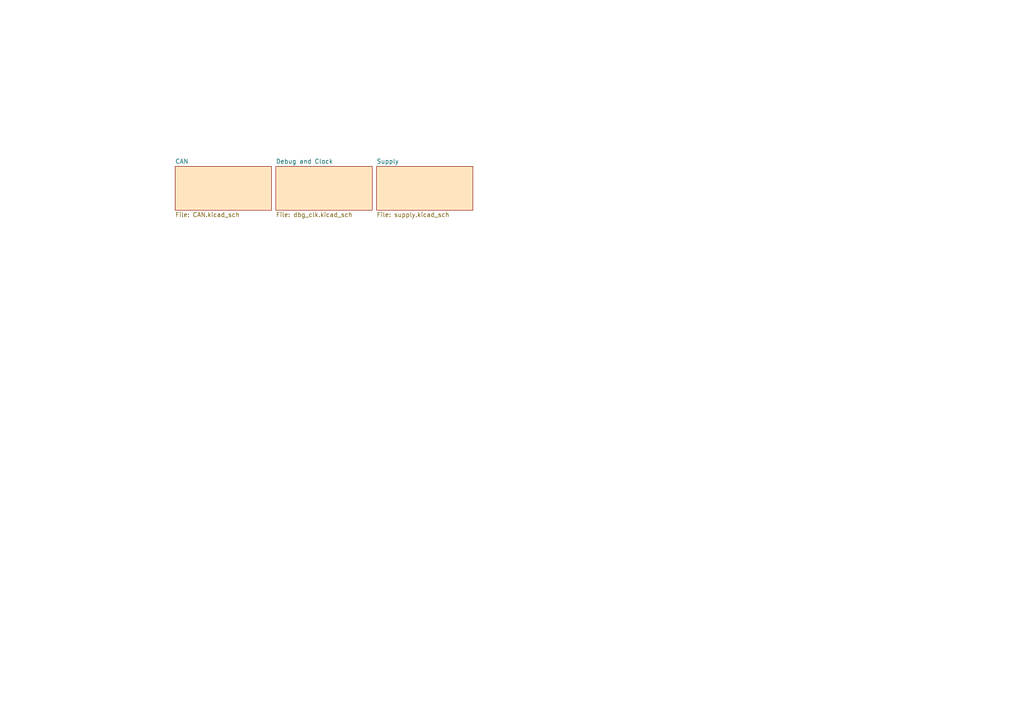
<source format=kicad_sch>
(kicad_sch (version 20230121) (generator eeschema)
  (paper "A4")
  (lib_symbols)
  (sheet (at 80.01 48.26) (size 27.94 12.7) (stroke (width 0.1524)) (fill (color 255 229 191 1.0000))
    (property "Sheetname" "Debug and Clock" (at 80.01 47.5484 0) (effects (justify left bottom)))
    (property "Sheetfile" "dbg_clk.kicad_sch" (at 80.01 61.5446 0) (effects (justify left top)))
  )
  (sheet (at 109.22 48.26) (size 27.94 12.7) (stroke (width 0.1524)) (fill (color 255 229 191 1.0000))
    (property "Sheetname" "Supply" (at 109.22 47.5484 0) (effects (justify left bottom)))
    (property "Sheetfile" "supply.kicad_sch" (at 109.22 61.5446 0) (effects (justify left top)))
  )
  (sheet (at 50.8 48.26) (size 27.94 12.7) (stroke (width 0.1524)) (fill (color 255 229 191 1.0000))
    (property "Sheetname" "CAN" (at 50.8 47.5484 0) (effects (justify left bottom)))
    (property "Sheetfile" "CAN.kicad_sch" (at 50.8 61.5446 0) (effects (justify left top)))
  )
)
</source>
